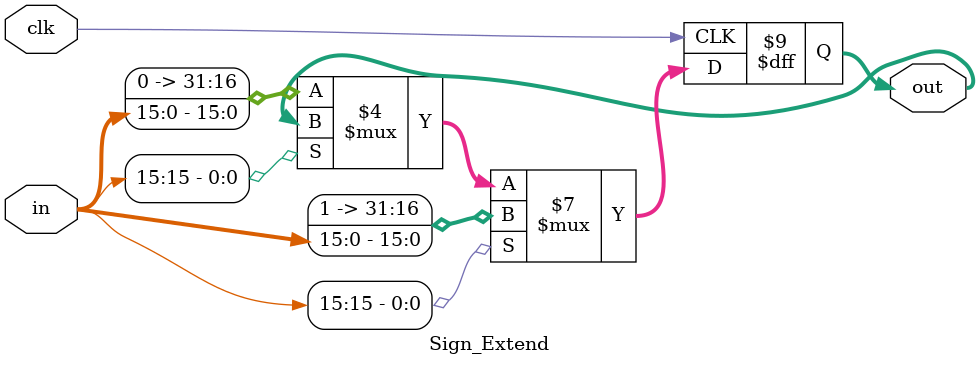
<source format=v>

module Sign_Extend(in, out, clk);

input  clk;
input  [15:0] in;
output [31:0] out;

reg [31:0] out;

always @(posedge clk)
begin

	if(in[15] == 1)
		out <= {{16{1'b1}}, in};
	else if(in[15] == 0)
		out <= {{16{1'b0}}, in};

end
endmodule 

</source>
